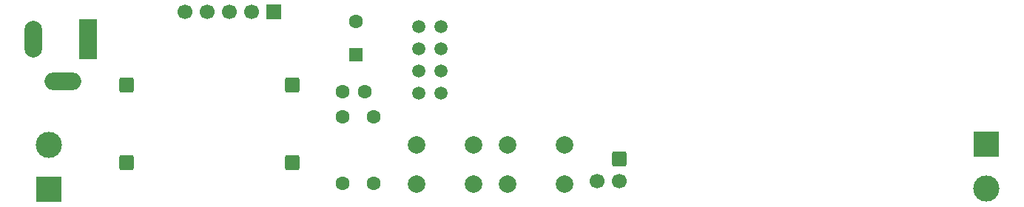
<source format=gbr>
%TF.GenerationSoftware,KiCad,Pcbnew,9.0.4*%
%TF.CreationDate,2025-09-11T11:59:47+05:30*%
%TF.ProjectId,DimLED,44696d4c-4544-42e6-9b69-6361645f7063,Mark II.B*%
%TF.SameCoordinates,Original*%
%TF.FileFunction,Soldermask,Bot*%
%TF.FilePolarity,Negative*%
%FSLAX46Y46*%
G04 Gerber Fmt 4.6, Leading zero omitted, Abs format (unit mm)*
G04 Created by KiCad (PCBNEW 9.0.4) date 2025-09-11 11:59:47*
%MOMM*%
%LPD*%
G01*
G04 APERTURE LIST*
G04 Aperture macros list*
%AMRoundRect*
0 Rectangle with rounded corners*
0 $1 Rounding radius*
0 $2 $3 $4 $5 $6 $7 $8 $9 X,Y pos of 4 corners*
0 Add a 4 corners polygon primitive as box body*
4,1,4,$2,$3,$4,$5,$6,$7,$8,$9,$2,$3,0*
0 Add four circle primitives for the rounded corners*
1,1,$1+$1,$2,$3*
1,1,$1+$1,$4,$5*
1,1,$1+$1,$6,$7*
1,1,$1+$1,$8,$9*
0 Add four rect primitives between the rounded corners*
20,1,$1+$1,$2,$3,$4,$5,0*
20,1,$1+$1,$4,$5,$6,$7,0*
20,1,$1+$1,$6,$7,$8,$9,0*
20,1,$1+$1,$8,$9,$2,$3,0*%
G04 Aperture macros list end*
%ADD10RoundRect,0.250000X0.600000X0.600000X-0.600000X0.600000X-0.600000X-0.600000X0.600000X-0.600000X0*%
%ADD11RoundRect,0.250000X-0.600000X-0.600000X0.600000X-0.600000X0.600000X0.600000X-0.600000X0.600000X0*%
%ADD12RoundRect,0.250000X0.550000X-0.550000X0.550000X0.550000X-0.550000X0.550000X-0.550000X-0.550000X0*%
%ADD13C,1.600000*%
%ADD14R,2.000000X4.600000*%
%ADD15O,2.000000X4.200000*%
%ADD16O,4.200000X2.000000*%
%ADD17C,2.000000*%
%ADD18C,1.500000*%
%ADD19R,3.000000X3.000000*%
%ADD20C,3.000000*%
%ADD21R,1.700000X1.700000*%
%ADD22C,1.700000*%
G04 APERTURE END LIST*
D10*
%TO.C,U1*%
X97100000Y-106885000D03*
D11*
X97100000Y-97940000D03*
D10*
X116075000Y-106885000D03*
D11*
X116100000Y-97940000D03*
%TD*%
D12*
%TO.C,C2*%
X123400000Y-94500000D03*
D13*
X123400000Y-90700000D03*
%TD*%
D14*
%TO.C,J2*%
X92750000Y-92750000D03*
D15*
X86450000Y-92750000D03*
D16*
X89850000Y-97550000D03*
%TD*%
D17*
%TO.C,SW1*%
X130350000Y-104850000D03*
X136850000Y-104850000D03*
X130350000Y-109350000D03*
X136850000Y-109350000D03*
%TD*%
D13*
%TO.C,C1*%
X121900000Y-98750000D03*
X124400000Y-98750000D03*
%TD*%
D18*
%TO.C,U2*%
X133090000Y-91300000D03*
X133090000Y-93840000D03*
X133090000Y-96380000D03*
X133090000Y-98920000D03*
X130550000Y-91300000D03*
X130550000Y-93840000D03*
X130550000Y-96380000D03*
X130550000Y-98920000D03*
%TD*%
D13*
%TO.C,R2*%
X125400000Y-109250000D03*
X125400000Y-101630000D03*
%TD*%
D17*
%TO.C,SW2*%
X147250000Y-109350000D03*
X140750000Y-109350000D03*
X147250000Y-104850000D03*
X140750000Y-104850000D03*
%TD*%
D13*
%TO.C,R1*%
X121900000Y-101630000D03*
X121900000Y-109250000D03*
%TD*%
D19*
%TO.C,J4*%
X195550000Y-104710000D03*
D20*
X195550000Y-109790000D03*
%TD*%
D21*
%TO.C,J3*%
X114000000Y-89600000D03*
D22*
X111460000Y-89600000D03*
X108920000Y-89600000D03*
X106380000Y-89600000D03*
X103840000Y-89600000D03*
%TD*%
%TO.C,J5*%
X153550000Y-108950000D03*
D10*
X153550000Y-106410000D03*
D22*
X151010000Y-108950000D03*
%TD*%
D19*
%TO.C,J1*%
X88250000Y-109880000D03*
D20*
X88250000Y-104800000D03*
%TD*%
M02*

</source>
